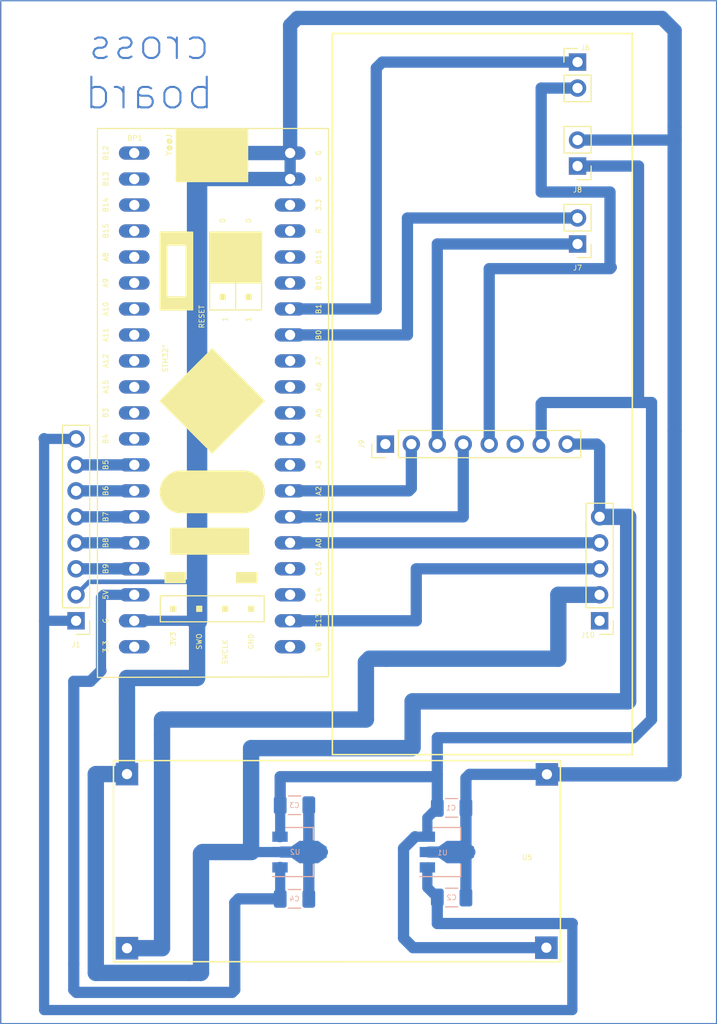
<source format=kicad_pcb>
(kicad_pcb (version 20171130) (host pcbnew 5.1.5+dfsg1-2build1)

  (general
    (thickness 1.6)
    (drawings 26)
    (tracks 154)
    (zones 0)
    (modules 14)
    (nets 47)
  )

  (page A4)
  (layers
    (0 F.Cu signal)
    (31 B.Cu signal)
    (32 B.Adhes user)
    (33 F.Adhes user)
    (34 B.Paste user)
    (35 F.Paste user)
    (36 B.SilkS user)
    (37 F.SilkS user)
    (38 B.Mask user hide)
    (39 F.Mask user)
    (40 Dwgs.User user)
    (41 Cmts.User user)
    (42 Eco1.User user)
    (43 Eco2.User user)
    (44 Edge.Cuts user)
    (45 Margin user)
    (46 B.CrtYd user)
    (47 F.CrtYd user)
    (48 B.Fab user)
    (49 F.Fab user)
  )

  (setup
    (last_trace_width 0.45)
    (trace_clearance 0.2)
    (zone_clearance 0.508)
    (zone_45_only no)
    (trace_min 0.2)
    (via_size 0.8)
    (via_drill 0.4)
    (via_min_size 0.4)
    (via_min_drill 0.3)
    (uvia_size 0.3)
    (uvia_drill 0.1)
    (uvias_allowed no)
    (uvia_min_size 0.2)
    (uvia_min_drill 0.1)
    (edge_width 0.1)
    (segment_width 0.2)
    (pcb_text_width 0.3)
    (pcb_text_size 1.5 1.5)
    (mod_edge_width 0.15)
    (mod_text_size 1 1)
    (mod_text_width 0.15)
    (pad_size 1.5 1.5)
    (pad_drill 0.6)
    (pad_to_mask_clearance 0)
    (solder_mask_min_width 0.25)
    (aux_axis_origin 0 0)
    (visible_elements FFFFFF7F)
    (pcbplotparams
      (layerselection 0x010fc_ffffffff)
      (usegerberextensions false)
      (usegerberattributes false)
      (usegerberadvancedattributes false)
      (creategerberjobfile false)
      (excludeedgelayer true)
      (linewidth 0.100000)
      (plotframeref false)
      (viasonmask false)
      (mode 1)
      (useauxorigin false)
      (hpglpennumber 1)
      (hpglpenspeed 20)
      (hpglpendiameter 15.000000)
      (psnegative false)
      (psa4output false)
      (plotreference true)
      (plotvalue true)
      (plotinvisibletext false)
      (padsonsilk false)
      (subtractmaskfromsilk false)
      (outputformat 1)
      (mirror false)
      (drillshape 1)
      (scaleselection 1)
      (outputdirectory ""))
  )

  (net 0 "")
  (net 1 "Net-(BP1-Pad17)")
  (net 2 "Net-(BP1-Pad16)")
  (net 3 "Net-(BP1-Pad15)")
  (net 4 "Net-(BP1-Pad14)")
  (net 5 "Net-(BP1-Pad13)")
  (net 6 "Net-(BP1-Pad21)")
  (net 7 "Net-(BP1-Pad22)")
  (net 8 "Net-(BP1-Pad23)")
  (net 9 "Net-(BP1-Pad24)")
  (net 10 "Net-(BP1-Pad25)")
  (net 11 "Net-(BP1-Pad26)")
  (net 12 "Net-(BP1-Pad27)")
  (net 13 "Net-(BP1-Pad28)")
  (net 14 "Net-(BP1-Pad12)")
  (net 15 "Net-(BP1-Pad29)")
  (net 16 "Net-(BP1-Pad11)")
  (net 17 "Net-(BP1-Pad30)")
  (net 18 "Net-(BP1-Pad10)")
  (net 19 "Net-(BP1-Pad31)")
  (net 20 "Net-(BP1-Pad9)")
  (net 21 "Net-(BP1-Pad32)")
  (net 22 "Net-(BP1-Pad8)")
  (net 23 "Net-(BP1-Pad33)")
  (net 24 "Net-(BP1-Pad7)")
  (net 25 "Net-(BP1-Pad34)")
  (net 26 "Net-(BP1-Pad6)")
  (net 27 "Net-(BP1-Pad35)")
  (net 28 "Net-(BP1-Pad5)")
  (net 29 "Net-(BP1-Pad36)")
  (net 30 "Net-(BP1-Pad4)")
  (net 31 "Net-(BP1-Pad37)")
  (net 32 "Net-(BP1-Pad3)")
  (net 33 "Net-(BP1-Pad2)")
  (net 34 "Net-(BP1-Pad1)")
  (net 35 GND)
  (net 36 "Net-(J6-Pad2)")
  (net 37 "Net-(J7-Pad1)")
  (net 38 +6V)
  (net 39 "Net-(J9-Pad1)")
  (net 40 "Net-(J9-Pad6)")
  (net 41 +12V)
  (net 42 "Net-(J10-Pad1)")
  (net 43 +3V3)
  (net 44 "Net-(BP1-Pad20)")
  (net 45 "Net-(BP1-Pad38)")
  (net 46 +5V)

  (net_class Default "Это класс цепей по умолчанию."
    (clearance 0.2)
    (trace_width 0.45)
    (via_dia 0.8)
    (via_drill 0.4)
    (uvia_dia 0.3)
    (uvia_drill 0.1)
    (add_net +12V)
    (add_net +3V3)
    (add_net +5V)
    (add_net +6V)
    (add_net GND)
    (add_net "Net-(BP1-Pad1)")
    (add_net "Net-(BP1-Pad10)")
    (add_net "Net-(BP1-Pad11)")
    (add_net "Net-(BP1-Pad12)")
    (add_net "Net-(BP1-Pad13)")
    (add_net "Net-(BP1-Pad14)")
    (add_net "Net-(BP1-Pad15)")
    (add_net "Net-(BP1-Pad16)")
    (add_net "Net-(BP1-Pad17)")
    (add_net "Net-(BP1-Pad2)")
    (add_net "Net-(BP1-Pad20)")
    (add_net "Net-(BP1-Pad21)")
    (add_net "Net-(BP1-Pad22)")
    (add_net "Net-(BP1-Pad23)")
    (add_net "Net-(BP1-Pad24)")
    (add_net "Net-(BP1-Pad25)")
    (add_net "Net-(BP1-Pad26)")
    (add_net "Net-(BP1-Pad27)")
    (add_net "Net-(BP1-Pad28)")
    (add_net "Net-(BP1-Pad29)")
    (add_net "Net-(BP1-Pad3)")
    (add_net "Net-(BP1-Pad30)")
    (add_net "Net-(BP1-Pad31)")
    (add_net "Net-(BP1-Pad32)")
    (add_net "Net-(BP1-Pad33)")
    (add_net "Net-(BP1-Pad34)")
    (add_net "Net-(BP1-Pad35)")
    (add_net "Net-(BP1-Pad36)")
    (add_net "Net-(BP1-Pad37)")
    (add_net "Net-(BP1-Pad38)")
    (add_net "Net-(BP1-Pad4)")
    (add_net "Net-(BP1-Pad5)")
    (add_net "Net-(BP1-Pad6)")
    (add_net "Net-(BP1-Pad7)")
    (add_net "Net-(BP1-Pad8)")
    (add_net "Net-(BP1-Pad9)")
    (add_net "Net-(J10-Pad1)")
    (add_net "Net-(J6-Pad2)")
    (add_net "Net-(J7-Pad1)")
    (add_net "Net-(J9-Pad1)")
    (add_net "Net-(J9-Pad6)")
  )

  (module DCDC:lm2596-hw-411 (layer F.Cu) (tedit 5E388699) (tstamp 5E484FB2)
    (at 104.9274 123.5964 180)
    (path /5E494AA8)
    (fp_text reference U5 (at 0.254 0.127) (layer F.SilkS)
      (effects (font (size 0.5 0.5) (thickness 0.075)))
    )
    (fp_text value lm2596-hw-411 (at 0.6604 -1.0541) (layer F.Fab)
      (effects (font (size 0.5 0.5) (thickness 0.075)))
    )
    (fp_line (start -2.9972 9.6012) (end -3 -10.05) (layer F.SilkS) (width 0.15))
    (fp_line (start 40.7162 9.6012) (end -2.9972 9.6012) (layer F.SilkS) (width 0.15))
    (fp_line (start 40.7162 -10.0584) (end 40.7162 9.6012) (layer F.SilkS) (width 0.15))
    (fp_line (start -3 -10.05) (end 40.7162 -10.0584) (layer F.SilkS) (width 0.15))
    (fp_text user %R (at 36 -2.4) (layer F.Fab)
      (effects (font (size 0.5 0.5) (thickness 0.075)))
    )
    (fp_line (start -2.8194 -9.8806) (end 40.5384 -9.8806) (layer F.Fab) (width 0.1))
    (fp_line (start 40.5384 -9.8806) (end 40.5384 9.4234) (layer F.Fab) (width 0.1))
    (fp_line (start 40.5384 9.4234) (end -2.8194 9.4234) (layer F.Fab) (width 0.1))
    (fp_line (start -2.8194 9.4234) (end -2.8194 -9.8806) (layer F.Fab) (width 0.1))
    (fp_line (start -3.1496 -10.2362) (end 40.8686 -10.2362) (layer F.CrtYd) (width 0.1))
    (fp_line (start 40.8686 -10.2108) (end 40.8686 9.7536) (layer F.CrtYd) (width 0.1))
    (fp_line (start 40.8686 9.7536) (end -3.1496 9.7536) (layer F.CrtYd) (width 0.1))
    (fp_line (start -3.1496 9.7536) (end -3.1496 -10.1854) (layer F.CrtYd) (width 0.1))
    (fp_line (start -3.1242 -10.2108) (end -3.1496 -10.1854) (layer F.CrtYd) (width 0.1))
    (pad 1 thru_hole rect (at -1.6256 -8.6868 180) (size 2.2 2.2) (drill 1) (layers *.Cu *.Mask)
      (net 38 +6V))
    (pad 2 thru_hole rect (at -1.6764 8.255 180) (size 2.2 2.2) (drill 1) (layers *.Cu *.Mask)
      (net 35 GND))
    (pad 3 thru_hole rect (at 39.3954 -8.7376 180) (size 2.2 2.2) (drill 1) (layers *.Cu *.Mask)
      (net 41 +12V))
    (pad 4 thru_hole rect (at 39.3954 8.2804 180) (size 2.2 2.2) (drill 1) (layers *.Cu *.Mask)
      (net 35 GND))
    (model ${KISYS3DMOD}/name.wrl
      (at (xyz 0 0 0))
      (scale (xyz 1 1 1))
      (rotate (xyz 0 0 0))
    )
  )

  (module Module:YAAJ_BluePill (layer F.Cu) (tedit 5D9FD4A1) (tstamp 5E44D21F)
    (at 66.2432 54.61 270)
    (path /5E2B5FE8)
    (fp_text reference BP1 (at -1.4605 -0.0635) (layer F.SilkS)
      (effects (font (size 0.5 0.5) (thickness 0.075)))
    )
    (fp_text value BluePill_1 (at 4 -7.7) (layer F.Fab) hide
      (effects (font (size 0.5 0.5) (thickness 0.075)))
    )
    (fp_poly (pts (xy 42 -5) (xy 41 -5) (xy 41 -3) (xy 42 -3)) (layer F.SilkS) (width 0.1))
    (fp_poly (pts (xy 41 -12) (xy 41 -10) (xy 42 -10) (xy 42 -12)) (layer F.SilkS) (width 0.1))
    (fp_poly (pts (xy 7.8 -12.4) (xy 12.7 -12.4) (xy 12.7 -7.4) (xy 7.8 -7.4)) (layer F.SilkS) (width 0.1))
    (fp_line (start -2.5 -19.1) (end -2.5 3.7) (layer F.CrtYd) (width 0.12))
    (fp_line (start 51.3 3.7) (end -2.5 3.7) (layer F.CrtYd) (width 0.12))
    (fp_line (start 51.3 -19.1) (end 51.3 3.7) (layer F.CrtYd) (width 0.12))
    (fp_line (start -2.5 -19.1) (end 51.3 -19.1) (layer F.CrtYd) (width 0.12))
    (fp_text user Y@@J (at -0.8 -3.4 90) (layer F.SilkS)
      (effects (font (size 0.5 0.5) (thickness 0.1)))
    )
    (fp_text user 3V3 (at 47.498 -3.81 90) (layer F.SilkS)
      (effects (font (size 0.5 0.5) (thickness 0.075)))
    )
    (fp_text user SWO (at 47.752 -6.35 90) (layer F.SilkS)
      (effects (font (size 0.5 0.5) (thickness 0.075)))
    )
    (fp_text user SWCLK (at 48.768 -8.89 90) (layer F.SilkS)
      (effects (font (size 0.5 0.5) (thickness 0.075)))
    )
    (fp_text user GND (at 47.752 -11.43 90) (layer F.SilkS)
      (effects (font (size 0.5 0.5) (thickness 0.075)))
    )
    (fp_text user STM32° (at 20.066 -3.048 90) (layer F.SilkS)
      (effects (font (size 0.5 0.5) (thickness 0.075)))
    )
    (fp_text user RESET (at 16.002 -6.604 90) (layer F.SilkS)
      (effects (font (size 0.5 0.5) (thickness 0.075)))
    )
    (fp_text user 1 (at 16.256 -8.89 90) (layer F.SilkS)
      (effects (font (size 0.5 0.5) (thickness 0.075)))
    )
    (fp_text user 1 (at 16.256 -11.176 90) (layer F.SilkS)
      (effects (font (size 0.5 0.5) (thickness 0.075)))
    )
    (fp_text user 0 (at 6.604 -8.636 90) (layer F.SilkS)
      (effects (font (size 0.5 0.5) (thickness 0.075)))
    )
    (fp_text user 0 (at 6.604 -11.176 90) (layer F.SilkS)
      (effects (font (size 0.5 0.5) (thickness 0.075)))
    )
    (fp_text user G (at 45.72 2.794 90) (layer F.SilkS)
      (effects (font (size 0.5 0.5) (thickness 0.075)))
    )
    (fp_text user 3.3 (at 48.26 2.794 90) (layer F.SilkS)
      (effects (font (size 0.5 0.5) (thickness 0.075)))
    )
    (fp_text user 5V (at 43.18 2.794 90) (layer F.SilkS)
      (effects (font (size 0.5 0.5) (thickness 0.075)))
    )
    (fp_text user B9 (at 40.64 2.794 90) (layer F.SilkS)
      (effects (font (size 0.5 0.5) (thickness 0.075)))
    )
    (fp_text user B8 (at 38.1 2.794 90) (layer F.SilkS)
      (effects (font (size 0.5 0.5) (thickness 0.075)))
    )
    (fp_text user B7 (at 35.56 2.794 90) (layer F.SilkS)
      (effects (font (size 0.5 0.5) (thickness 0.075)))
    )
    (fp_text user B6 (at 33.02 2.794 90) (layer F.SilkS)
      (effects (font (size 0.5 0.5) (thickness 0.075)))
    )
    (fp_text user B5 (at 30.48 2.794 90) (layer F.SilkS)
      (effects (font (size 0.5 0.5) (thickness 0.075)))
    )
    (fp_text user B4 (at 27.94 2.794 90) (layer F.SilkS)
      (effects (font (size 0.5 0.5) (thickness 0.075)))
    )
    (fp_text user B3 (at 25.4 2.794 90) (layer F.SilkS)
      (effects (font (size 0.5 0.5) (thickness 0.075)))
    )
    (fp_text user A15 (at 22.86 2.794 90) (layer F.SilkS)
      (effects (font (size 0.5 0.5) (thickness 0.075)))
    )
    (fp_text user A12 (at 20.32 2.794 90) (layer F.SilkS)
      (effects (font (size 0.5 0.5) (thickness 0.075)))
    )
    (fp_text user A11 (at 17.78 2.794 90) (layer F.SilkS)
      (effects (font (size 0.5 0.5) (thickness 0.075)))
    )
    (fp_text user A10 (at 15.24 2.794 90) (layer F.SilkS)
      (effects (font (size 0.5 0.5) (thickness 0.075)))
    )
    (fp_text user A9 (at 12.7 2.794 90) (layer F.SilkS)
      (effects (font (size 0.5 0.5) (thickness 0.075)))
    )
    (fp_text user A8 (at 10.16 2.794 90) (layer F.SilkS)
      (effects (font (size 0.5 0.5) (thickness 0.075)))
    )
    (fp_text user B15 (at 7.62 2.794 90) (layer F.SilkS)
      (effects (font (size 0.5 0.5) (thickness 0.075)))
    )
    (fp_text user B14 (at 5.08 2.794 90) (layer F.SilkS)
      (effects (font (size 0.5 0.5) (thickness 0.075)))
    )
    (fp_text user B13 (at 2.54 2.794 90) (layer F.SilkS)
      (effects (font (size 0.5 0.5) (thickness 0.075)))
    )
    (fp_text user B12 (at 0 2.794 90) (layer F.SilkS)
      (effects (font (size 0.5 0.5) (thickness 0.075)))
    )
    (fp_text user VB (at 48.26 -18.034 90) (layer F.SilkS)
      (effects (font (size 0.5 0.5) (thickness 0.075)))
    )
    (fp_text user C13 (at 45.72 -18.034 90) (layer F.SilkS)
      (effects (font (size 0.5 0.5) (thickness 0.075)))
    )
    (fp_text user C14 (at 43.18 -18.034 90) (layer F.SilkS)
      (effects (font (size 0.5 0.5) (thickness 0.075)))
    )
    (fp_text user C15 (at 40.64 -18.034 90) (layer F.SilkS)
      (effects (font (size 0.5 0.5) (thickness 0.075)))
    )
    (fp_text user A0 (at 38.1 -18.034 90) (layer F.SilkS)
      (effects (font (size 0.5 0.5) (thickness 0.075)))
    )
    (fp_text user A1 (at 35.56 -18.034 90) (layer F.SilkS)
      (effects (font (size 0.5 0.5) (thickness 0.075)))
    )
    (fp_text user A2 (at 33.02 -18.034 90) (layer F.SilkS)
      (effects (font (size 0.5 0.5) (thickness 0.075)))
    )
    (fp_text user A3 (at 30.48 -18.034 90) (layer F.SilkS)
      (effects (font (size 0.5 0.5) (thickness 0.075)))
    )
    (fp_text user A4 (at 27.94 -18.034 90) (layer F.SilkS)
      (effects (font (size 0.5 0.5) (thickness 0.075)))
    )
    (fp_text user A5 (at 25.4 -18.034 90) (layer F.SilkS)
      (effects (font (size 0.5 0.5) (thickness 0.075)))
    )
    (fp_text user A6 (at 22.86 -18.034 90) (layer F.SilkS)
      (effects (font (size 0.5 0.5) (thickness 0.075)))
    )
    (fp_text user A7 (at 20.32 -18.034 90) (layer F.SilkS)
      (effects (font (size 0.5 0.5) (thickness 0.075)))
    )
    (fp_text user B0 (at 17.78 -18.034 90) (layer F.SilkS)
      (effects (font (size 0.5 0.5) (thickness 0.075)))
    )
    (fp_text user B1 (at 15.24 -18.034 90) (layer F.SilkS)
      (effects (font (size 0.5 0.5) (thickness 0.075)))
    )
    (fp_text user B10 (at 12.7 -18.034 90) (layer F.SilkS)
      (effects (font (size 0.5 0.5) (thickness 0.075)))
    )
    (fp_text user B11 (at 10.16 -18.034 90) (layer F.SilkS)
      (effects (font (size 0.5 0.5) (thickness 0.075)))
    )
    (fp_text user R (at 7.62 -18.034 90) (layer F.SilkS)
      (effects (font (size 0.5 0.5) (thickness 0.075)))
    )
    (fp_text user 3.3 (at 5.08 -18.034 90) (layer F.SilkS)
      (effects (font (size 0.5 0.5) (thickness 0.075)))
    )
    (fp_text user G (at 2.54 -18.034 90) (layer F.SilkS)
      (effects (font (size 0.5 0.5) (thickness 0.075)))
    )
    (fp_text user G (at 0 -18.034 90) (layer F.SilkS)
      (effects (font (size 0.5 0.5) (thickness 0.075)))
    )
    (fp_poly (pts (xy 31.19628 -4.20878) (xy 31.34995 -3.74523) (xy 31.60649 -3.36169) (xy 31.74238 -3.18516)
      (xy 32.05734 -2.92608) (xy 32.29102 -2.79908) (xy 32.52216 -2.72288) (xy 32.82696 -2.65176)
      (xy 33.11398 -2.59842) (xy 33.5407 -2.6416) (xy 33.890585 -2.743835) (xy 34.19602 -2.93624)
      (xy 34.41192 -3.08864) (xy 34.63798 -3.33756) (xy 34.87674 -3.62712) (xy 34.97326 -3.85572)
      (xy 35.01898 -4.04876) (xy 35.08756 -4.51358) (xy 35.09264 -10.83818) (xy 34.96564 -11.39444)
      (xy 34.59226 -11.97864) (xy 34.24174 -12.29106) (xy 33.72612 -12.52855) (xy 33.38068 -12.59205)
      (xy 33.07588 -12.6238) (xy 32.74314 -12.59332) (xy 32.34182 -12.4841) (xy 32.1437 -12.40282)
      (xy 31.92018 -12.25042) (xy 31.70428 -12.02944) (xy 31.49854 -11.78052) (xy 31.2547 -11.31824)
      (xy 31.16326 -10.84326) (xy 31.16834 -4.5212)) (layer F.SilkS) (width 0.1))
    (fp_poly (pts (xy 36.67506 -3.56362) (xy 36.67506 -11.18362) (xy 39.21506 -11.18362) (xy 39.21506 -3.56362)) (layer F.SilkS) (width 0.1))
    (fp_line (start 35.15106 -4.57962) (end 35.15106 -10.67562) (layer F.SilkS) (width 0.12))
    (fp_line (start 31.08706 -4.57962) (end 31.08706 -10.67562) (layer F.SilkS) (width 0.12))
    (fp_arc (start 33.11906 -4.57962) (end 31.08706 -4.57962) (angle -180) (layer F.SilkS) (width 0.12))
    (fp_arc (start 33.11906 -10.67562) (end 35.15106 -10.67562) (angle -180) (layer F.SilkS) (width 0.12))
    (fp_poly (pts (xy 44.29506 -11.18362) (xy 44.80306 -11.18362) (xy 44.80306 -11.69162) (xy 44.29506 -11.69162)) (layer F.SilkS) (width 0.1))
    (fp_poly (pts (xy 44.29506 -8.64362) (xy 44.80306 -8.64362) (xy 44.80306 -9.15162) (xy 44.29506 -9.15162)) (layer F.SilkS) (width 0.1))
    (fp_poly (pts (xy 44.29506 -6.10362) (xy 44.80306 -6.10362) (xy 44.80306 -6.61162) (xy 44.29506 -6.61162)) (layer F.SilkS) (width 0.1))
    (fp_poly (pts (xy 44.29506 -3.56362) (xy 44.80306 -3.56362) (xy 44.80306 -4.07162) (xy 44.29506 -4.07162)) (layer F.SilkS) (width 0.1))
    (fp_line (start 43.27906 -12.70762) (end 43.27906 -2.54762) (layer F.SilkS) (width 0.12))
    (fp_line (start 45.81906 -12.70762) (end 43.27906 -12.70762) (layer F.SilkS) (width 0.12))
    (fp_line (start 45.81906 -2.54762) (end 45.81906 -12.70762) (layer F.SilkS) (width 0.12))
    (fp_line (start 43.27906 -2.54762) (end 45.81906 -2.54762) (layer F.SilkS) (width 0.12))
    (fp_poly (pts (xy 13.81506 -10.92962) (xy 13.81506 -11.43762) (xy 14.32306 -11.43762) (xy 14.32306 -10.92962)) (layer F.SilkS) (width 0.1))
    (fp_poly (pts (xy 13.81506 -8.38962) (xy 14.32306 -8.38962) (xy 14.32306 -8.89762) (xy 13.81506 -8.89762)) (layer F.SilkS) (width 0.1))
    (fp_poly (pts (xy 11.27506 -10.92962) (xy 11.27506 -11.43762) (xy 11.78306 -11.43762) (xy 11.78306 -10.92962)) (layer F.SilkS) (width 0.1))
    (fp_poly (pts (xy 11.27506 -8.38962) (xy 11.27506 -8.89762) (xy 11.78306 -8.89762) (xy 11.78306 -8.38962)) (layer F.SilkS) (width 0.1))
    (fp_poly (pts (xy 8.73506 -10.92962) (xy 9.24306 -10.92962) (xy 9.24306 -11.43762) (xy 8.73506 -11.43762)) (layer F.SilkS) (width 0.1))
    (fp_poly (pts (xy 8.73506 -8.38962) (xy 8.73506 -8.89762) (xy 9.24306 -8.89762) (xy 9.24306 -8.38962)) (layer F.SilkS) (width 0.1))
    (fp_poly (pts (xy 8.98906 -5.08762) (xy 8.98906 -5.72262) (xy 14.06906 -5.72262) (xy 14.06906 -5.08762)) (layer F.SilkS) (width 0.1))
    (fp_poly (pts (xy 8.98906 -2.54762) (xy 8.98906 -3.18262) (xy 14.06906 -3.18262) (xy 14.06906 -2.54762)) (layer F.SilkS) (width 0.1))
    (fp_poly (pts (xy 14.06906 -2.54762) (xy 14.06906 -5.72262) (xy 15.33906 -5.72262) (xy 15.33906 -2.54762)) (layer F.SilkS) (width 0.1))
    (fp_poly (pts (xy 7.71906 -2.54762) (xy 7.71906 -5.72262) (xy 8.98906 -5.72262) (xy 8.98906 -2.54762)) (layer F.SilkS) (width 0.1))
    (fp_poly (pts (xy 19.14906 -7.62762) (xy 24.22906 -2.54762) (xy 29.30906 -7.62762) (xy 24.22906 -12.70762)) (layer F.SilkS) (width 0.1))
    (fp_poly (pts (xy -2.28 -4.115) (xy 2.8 -4.115) (xy 2.8 -11.1) (xy -2.28 -11.1)) (layer F.SilkS) (width 0.1))
    (fp_line (start 7.71906 -9.91362) (end 15.33906 -9.91362) (layer F.SilkS) (width 0.12))
    (fp_line (start 7.71906 -12.45362) (end 7.71906 -7.37362) (layer F.SilkS) (width 0.12))
    (fp_line (start 15.33906 -12.45362) (end 7.71906 -12.45362) (layer F.SilkS) (width 0.12))
    (fp_line (start 15.33906 -7.37362) (end 15.33906 -12.45362) (layer F.SilkS) (width 0.12))
    (fp_line (start 7.71906 -7.37362) (end 15.33906 -7.37362) (layer F.SilkS) (width 0.12))
    (fp_line (start 14.06906 -3.18262) (end 8.98906 -3.18262) (layer F.SilkS) (width 0.12))
    (fp_line (start 14.06906 -4.45262) (end 14.06906 -3.18262) (layer F.SilkS) (width 0.12))
    (fp_line (start 8.98906 -3.18262) (end 8.98906 -4.45262) (layer F.SilkS) (width 0.12))
    (fp_line (start 15.33906 -2.54762) (end 7.71906 -2.54762) (layer F.SilkS) (width 0.12))
    (fp_line (start 15.33906 -5.08762) (end 15.33906 -2.54762) (layer F.SilkS) (width 0.12))
    (fp_line (start 7.71906 -5.08762) (end 15.33906 -5.08762) (layer F.SilkS) (width 0.12))
    (fp_line (start 7.71906 -2.54762) (end 7.71906 -5.08762) (layer F.SilkS) (width 0.12))
    (fp_line (start 29.30906 -7.62762) (end 24.22906 -2.54762) (layer F.SilkS) (width 0.12))
    (fp_line (start 24.22906 -12.70762) (end 29.30906 -7.62762) (layer F.SilkS) (width 0.12))
    (fp_line (start 19.14906 -7.62762) (end 24.22906 -12.70762) (layer F.SilkS) (width 0.12))
    (fp_line (start 24.22906 -2.54762) (end 19.14906 -7.62762) (layer F.SilkS) (width 0.12))
    (fp_line (start 2.00406 -4.13512) (end 2.00406 -11.12012) (layer F.SilkS) (width 0.12))
    (fp_line (start 51.25 3.6) (end -2.4 3.6) (layer F.SilkS) (width 0.12))
    (fp_line (start 51.2 -19) (end 51.25 3.6) (layer F.SilkS) (width 0.12))
    (fp_line (start -2.4 -19) (end 51.2 -19) (layer F.SilkS) (width 0.12))
    (fp_line (start -2.4 3.6) (end -2.4 -19) (layer F.SilkS) (width 0.12))
    (pad 40 thru_hole oval (at 0 -15.24762 270) (size 1.3 3) (drill 1) (layers *.Cu *.Mask)
      (net 35 GND))
    (pad 1 thru_hole oval (at 0 0 270) (size 1.3 3) (drill 1) (layers *.Cu *.Mask)
      (net 34 "Net-(BP1-Pad1)"))
    (pad 39 thru_hole oval (at 2.54 -15.24762 270) (size 1.3 3) (drill 1) (layers *.Cu *.Mask)
      (net 35 GND))
    (pad 2 thru_hole oval (at 2.54 0 270) (size 1.3 3) (drill 1) (layers *.Cu *.Mask)
      (net 33 "Net-(BP1-Pad2)"))
    (pad 38 thru_hole oval (at 5.08 -15.24 270) (size 1.3 3) (drill 1) (layers *.Cu *.Mask)
      (net 45 "Net-(BP1-Pad38)"))
    (pad 3 thru_hole oval (at 5.08 -0.00762 270) (size 1.3 3) (drill 1) (layers *.Cu *.Mask)
      (net 32 "Net-(BP1-Pad3)"))
    (pad 37 thru_hole oval (at 7.62 -15.24 270) (size 1.3 3) (drill 1) (layers *.Cu *.Mask)
      (net 31 "Net-(BP1-Pad37)"))
    (pad 4 thru_hole oval (at 7.62 0 270) (size 1.3 3) (drill 1) (layers *.Cu *.Mask)
      (net 30 "Net-(BP1-Pad4)"))
    (pad 36 thru_hole oval (at 10.16 -15.24 270) (size 1.3 3) (drill 1) (layers *.Cu *.Mask)
      (net 29 "Net-(BP1-Pad36)"))
    (pad 5 thru_hole oval (at 10.16 0 270) (size 1.3 3) (drill 1) (layers *.Cu *.Mask)
      (net 28 "Net-(BP1-Pad5)"))
    (pad 35 thru_hole oval (at 12.7 -15.24 270) (size 1.3 3) (drill 1) (layers *.Cu *.Mask)
      (net 27 "Net-(BP1-Pad35)"))
    (pad 6 thru_hole oval (at 12.7 0 270) (size 1.3 3) (drill 1) (layers *.Cu *.Mask)
      (net 26 "Net-(BP1-Pad6)"))
    (pad 34 thru_hole oval (at 15.24 -15.24 270) (size 1.3 3) (drill 1) (layers *.Cu *.Mask)
      (net 25 "Net-(BP1-Pad34)"))
    (pad 7 thru_hole oval (at 15.24 0 270) (size 1.3 3) (drill 1) (layers *.Cu *.Mask)
      (net 24 "Net-(BP1-Pad7)"))
    (pad 33 thru_hole oval (at 17.78 -15.24 270) (size 1.3 3) (drill 1) (layers *.Cu *.Mask)
      (net 23 "Net-(BP1-Pad33)"))
    (pad 8 thru_hole oval (at 17.78 0 270) (size 1.3 3) (drill 1) (layers *.Cu *.Mask)
      (net 22 "Net-(BP1-Pad8)"))
    (pad 32 thru_hole oval (at 20.32 -15.24762 270) (size 1.3 3) (drill 1) (layers *.Cu *.Mask)
      (net 21 "Net-(BP1-Pad32)"))
    (pad 9 thru_hole oval (at 20.32 0 270) (size 1.3 3) (drill 1) (layers *.Cu *.Mask)
      (net 20 "Net-(BP1-Pad9)"))
    (pad 31 thru_hole oval (at 22.86 -15.24 270) (size 1.3 3) (drill 1) (layers *.Cu *.Mask)
      (net 19 "Net-(BP1-Pad31)"))
    (pad 10 thru_hole oval (at 22.86 0 270) (size 1.3 3) (drill 1) (layers *.Cu *.Mask)
      (net 18 "Net-(BP1-Pad10)"))
    (pad 30 thru_hole oval (at 25.4 -15.24 270) (size 1.3 3) (drill 1) (layers *.Cu *.Mask)
      (net 17 "Net-(BP1-Pad30)"))
    (pad 11 thru_hole oval (at 25.4 0 270) (size 1.3 3) (drill 1) (layers *.Cu *.Mask)
      (net 16 "Net-(BP1-Pad11)"))
    (pad 29 thru_hole oval (at 27.94 -15.24 270) (size 1.3 3) (drill 1) (layers *.Cu *.Mask)
      (net 15 "Net-(BP1-Pad29)"))
    (pad 12 thru_hole oval (at 27.94 0 270) (size 1.3 3) (drill 1) (layers *.Cu *.Mask)
      (net 14 "Net-(BP1-Pad12)"))
    (pad 28 thru_hole oval (at 30.48 -15.24 270) (size 1.3 3) (drill 1) (layers *.Cu *.Mask)
      (net 13 "Net-(BP1-Pad28)"))
    (pad 13 thru_hole oval (at 30.48 -0.00762 270) (size 1.3 3) (drill 1) (layers *.Cu *.Mask)
      (net 5 "Net-(BP1-Pad13)"))
    (pad 27 thru_hole oval (at 33.02 -15.24 270) (size 1.3 3) (drill 1) (layers *.Cu *.Mask)
      (net 12 "Net-(BP1-Pad27)"))
    (pad 14 thru_hole oval (at 33.02 0 270) (size 1.3 3) (drill 1) (layers *.Cu *.Mask)
      (net 4 "Net-(BP1-Pad14)"))
    (pad 26 thru_hole oval (at 35.56 -15.24 270) (size 1.3 3) (drill 1) (layers *.Cu *.Mask)
      (net 11 "Net-(BP1-Pad26)"))
    (pad 15 thru_hole oval (at 35.56 0 270) (size 1.3 3) (drill 1) (layers *.Cu *.Mask)
      (net 3 "Net-(BP1-Pad15)"))
    (pad 25 thru_hole oval (at 38.1 -15.24 270) (size 1.3 3) (drill 1) (layers *.Cu *.Mask)
      (net 10 "Net-(BP1-Pad25)"))
    (pad 16 thru_hole oval (at 38.1 0 270) (size 1.3 3) (drill 1) (layers *.Cu *.Mask)
      (net 2 "Net-(BP1-Pad16)"))
    (pad 24 thru_hole oval (at 40.64 -15.24 270) (size 1.3 3) (drill 1) (layers *.Cu *.Mask)
      (net 9 "Net-(BP1-Pad24)"))
    (pad 17 thru_hole oval (at 40.64 0 270) (size 1.3 3) (drill 1) (layers *.Cu *.Mask)
      (net 1 "Net-(BP1-Pad17)"))
    (pad 23 thru_hole oval (at 43.18 -15.24762 270) (size 1.3 3) (drill 1) (layers *.Cu *.Mask)
      (net 8 "Net-(BP1-Pad23)"))
    (pad 18 thru_hole oval (at 43.18 0 270) (size 1.3 3) (drill 1) (layers *.Cu *.Mask)
      (net 46 +5V))
    (pad 22 thru_hole oval (at 45.72 -15.24 270) (size 1.3 3) (drill 1) (layers *.Cu *.Mask)
      (net 7 "Net-(BP1-Pad22)"))
    (pad 19 thru_hole oval (at 45.72 0 270) (size 1.3 3) (drill 1) (layers *.Cu *.Mask)
      (net 35 GND))
    (pad 21 thru_hole oval (at 48.26 -15.24 270) (size 1.3 3) (drill 1) (layers *.Cu *.Mask)
      (net 6 "Net-(BP1-Pad21)"))
    (pad 20 thru_hole oval (at 48.26 0 270) (size 1.3 3) (drill 1) (layers *.Cu *.Mask)
      (net 44 "Net-(BP1-Pad20)"))
    (model ${KISYS3DMOD}/BluePill.3dshapes/YAAJ_BluePill.STEP
      (offset (xyz 21.6 17.9 -50.5))
      (scale (xyz 1 1 1))
      (rotate (xyz 0 0 -90))
    )
  )

  (module Connector_PinHeader_2.54mm:PinHeader_1x02_P2.54mm_Vertical (layer F.Cu) (tedit 59FED5CC) (tstamp 5E47EF45)
    (at 109.601 45.72)
    (descr "Through hole straight pin header, 1x02, 2.54mm pitch, single row")
    (tags "Through hole pin header THT 1x02 2.54mm single row")
    (path /5E52F7DB)
    (fp_text reference J6 (at 0.762 -1.397) (layer F.SilkS)
      (effects (font (size 0.5 0.5) (thickness 0.075)))
    )
    (fp_text value Conn_01x02_Female (at -2.3495 0 90) (layer F.Fab)
      (effects (font (size 0.5 0.5) (thickness 0.075)))
    )
    (fp_text user %R (at 0 1.27 90) (layer F.Fab)
      (effects (font (size 0.5 0.5) (thickness 0.075)))
    )
    (fp_line (start 1.8 -1.8) (end -1.8 -1.8) (layer F.CrtYd) (width 0.05))
    (fp_line (start 1.8 4.35) (end 1.8 -1.8) (layer F.CrtYd) (width 0.05))
    (fp_line (start -1.8 4.35) (end 1.8 4.35) (layer F.CrtYd) (width 0.05))
    (fp_line (start -1.8 -1.8) (end -1.8 4.35) (layer F.CrtYd) (width 0.05))
    (fp_line (start -1.33 -1.33) (end 0 -1.33) (layer F.SilkS) (width 0.12))
    (fp_line (start -1.33 0) (end -1.33 -1.33) (layer F.SilkS) (width 0.12))
    (fp_line (start -1.33 1.27) (end 1.33 1.27) (layer F.SilkS) (width 0.12))
    (fp_line (start 1.33 1.27) (end 1.33 3.87) (layer F.SilkS) (width 0.12))
    (fp_line (start -1.33 1.27) (end -1.33 3.87) (layer F.SilkS) (width 0.12))
    (fp_line (start -1.33 3.87) (end 1.33 3.87) (layer F.SilkS) (width 0.12))
    (fp_line (start -1.27 -0.635) (end -0.635 -1.27) (layer F.Fab) (width 0.1))
    (fp_line (start -1.27 3.81) (end -1.27 -0.635) (layer F.Fab) (width 0.1))
    (fp_line (start 1.27 3.81) (end -1.27 3.81) (layer F.Fab) (width 0.1))
    (fp_line (start 1.27 -1.27) (end 1.27 3.81) (layer F.Fab) (width 0.1))
    (fp_line (start -0.635 -1.27) (end 1.27 -1.27) (layer F.Fab) (width 0.1))
    (pad 2 thru_hole oval (at 0 2.54) (size 1.7 1.7) (drill 1) (layers *.Cu *.Mask)
      (net 36 "Net-(J6-Pad2)"))
    (pad 1 thru_hole rect (at 0 0) (size 1.7 1.7) (drill 1) (layers *.Cu *.Mask)
      (net 25 "Net-(BP1-Pad34)"))
    (model ${KISYS3DMOD}/Connector_PinHeader_2.54mm.3dshapes/PinHeader_1x02_P2.54mm_Vertical.wrl
      (at (xyz 0 0 0))
      (scale (xyz 1 1 1))
      (rotate (xyz 0 0 0))
    )
  )

  (module Connector_PinHeader_2.54mm:PinHeader_1x02_P2.54mm_Vertical (layer F.Cu) (tedit 59FED5CC) (tstamp 5E47EF5B)
    (at 109.601 63.5 180)
    (descr "Through hole straight pin header, 1x02, 2.54mm pitch, single row")
    (tags "Through hole pin header THT 1x02 2.54mm single row")
    (path /5E52C3D6)
    (fp_text reference J7 (at 0 -2.33) (layer F.SilkS)
      (effects (font (size 0.5 0.5) (thickness 0.075)))
    )
    (fp_text value Conn_01x02_Female (at 2.3495 0 90) (layer F.Fab)
      (effects (font (size 0.5 0.5) (thickness 0.075)))
    )
    (fp_text user %R (at 0 1.27 90) (layer F.Fab)
      (effects (font (size 0.5 0.5) (thickness 0.075)))
    )
    (fp_line (start 1.8 -1.8) (end -1.8 -1.8) (layer F.CrtYd) (width 0.05))
    (fp_line (start 1.8 4.35) (end 1.8 -1.8) (layer F.CrtYd) (width 0.05))
    (fp_line (start -1.8 4.35) (end 1.8 4.35) (layer F.CrtYd) (width 0.05))
    (fp_line (start -1.8 -1.8) (end -1.8 4.35) (layer F.CrtYd) (width 0.05))
    (fp_line (start -1.33 -1.33) (end 0 -1.33) (layer F.SilkS) (width 0.12))
    (fp_line (start -1.33 0) (end -1.33 -1.33) (layer F.SilkS) (width 0.12))
    (fp_line (start -1.33 1.27) (end 1.33 1.27) (layer F.SilkS) (width 0.12))
    (fp_line (start 1.33 1.27) (end 1.33 3.87) (layer F.SilkS) (width 0.12))
    (fp_line (start -1.33 1.27) (end -1.33 3.87) (layer F.SilkS) (width 0.12))
    (fp_line (start -1.33 3.87) (end 1.33 3.87) (layer F.SilkS) (width 0.12))
    (fp_line (start -1.27 -0.635) (end -0.635 -1.27) (layer F.Fab) (width 0.1))
    (fp_line (start -1.27 3.81) (end -1.27 -0.635) (layer F.Fab) (width 0.1))
    (fp_line (start 1.27 3.81) (end -1.27 3.81) (layer F.Fab) (width 0.1))
    (fp_line (start 1.27 -1.27) (end 1.27 3.81) (layer F.Fab) (width 0.1))
    (fp_line (start -0.635 -1.27) (end 1.27 -1.27) (layer F.Fab) (width 0.1))
    (pad 2 thru_hole oval (at 0 2.54 180) (size 1.7 1.7) (drill 1) (layers *.Cu *.Mask)
      (net 23 "Net-(BP1-Pad33)"))
    (pad 1 thru_hole rect (at 0 0 180) (size 1.7 1.7) (drill 1) (layers *.Cu *.Mask)
      (net 37 "Net-(J7-Pad1)"))
    (model ${KISYS3DMOD}/Connector_PinHeader_2.54mm.3dshapes/PinHeader_1x02_P2.54mm_Vertical.wrl
      (at (xyz 0 0 0))
      (scale (xyz 1 1 1))
      (rotate (xyz 0 0 0))
    )
  )

  (module Connector_PinHeader_2.54mm:PinHeader_1x02_P2.54mm_Vertical (layer F.Cu) (tedit 59FED5CC) (tstamp 5E47EF71)
    (at 109.601 55.88 180)
    (descr "Through hole straight pin header, 1x02, 2.54mm pitch, single row")
    (tags "Through hole pin header THT 1x02 2.54mm single row")
    (path /5E52CCF4)
    (fp_text reference J8 (at 0 -2.33) (layer F.SilkS)
      (effects (font (size 0.5 0.5) (thickness 0.075)))
    )
    (fp_text value Conn_01x02_Female (at 2.4765 2.032 90) (layer F.Fab)
      (effects (font (size 0.5 0.5) (thickness 0.075)))
    )
    (fp_line (start -0.635 -1.27) (end 1.27 -1.27) (layer F.Fab) (width 0.1))
    (fp_line (start 1.27 -1.27) (end 1.27 3.81) (layer F.Fab) (width 0.1))
    (fp_line (start 1.27 3.81) (end -1.27 3.81) (layer F.Fab) (width 0.1))
    (fp_line (start -1.27 3.81) (end -1.27 -0.635) (layer F.Fab) (width 0.1))
    (fp_line (start -1.27 -0.635) (end -0.635 -1.27) (layer F.Fab) (width 0.1))
    (fp_line (start -1.33 3.87) (end 1.33 3.87) (layer F.SilkS) (width 0.12))
    (fp_line (start -1.33 1.27) (end -1.33 3.87) (layer F.SilkS) (width 0.12))
    (fp_line (start 1.33 1.27) (end 1.33 3.87) (layer F.SilkS) (width 0.12))
    (fp_line (start -1.33 1.27) (end 1.33 1.27) (layer F.SilkS) (width 0.12))
    (fp_line (start -1.33 0) (end -1.33 -1.33) (layer F.SilkS) (width 0.12))
    (fp_line (start -1.33 -1.33) (end 0 -1.33) (layer F.SilkS) (width 0.12))
    (fp_line (start -1.8 -1.8) (end -1.8 4.35) (layer F.CrtYd) (width 0.05))
    (fp_line (start -1.8 4.35) (end 1.8 4.35) (layer F.CrtYd) (width 0.05))
    (fp_line (start 1.8 4.35) (end 1.8 -1.8) (layer F.CrtYd) (width 0.05))
    (fp_line (start 1.8 -1.8) (end -1.8 -1.8) (layer F.CrtYd) (width 0.05))
    (fp_text user %R (at 0 1.27 90) (layer F.Fab)
      (effects (font (size 0.5 0.5) (thickness 0.075)))
    )
    (pad 1 thru_hole rect (at 0 0 180) (size 1.7 1.7) (drill 1) (layers *.Cu *.Mask)
      (net 38 +6V))
    (pad 2 thru_hole oval (at 0 2.54 180) (size 1.7 1.7) (drill 1) (layers *.Cu *.Mask)
      (net 35 GND))
    (model ${KISYS3DMOD}/Connector_PinHeader_2.54mm.3dshapes/PinHeader_1x02_P2.54mm_Vertical.wrl
      (at (xyz 0 0 0))
      (scale (xyz 1 1 1))
      (rotate (xyz 0 0 0))
    )
  )

  (module Connector_PinHeader_2.54mm:PinHeader_1x08_P2.54mm_Vertical (layer F.Cu) (tedit 59FED5CC) (tstamp 5E47EF8D)
    (at 90.805 83.058 90)
    (descr "Through hole straight pin header, 1x08, 2.54mm pitch, single row")
    (tags "Through hole pin header THT 1x08 2.54mm single row")
    (path /5E501B5E)
    (fp_text reference J9 (at 0 -2.33 90) (layer F.SilkS)
      (effects (font (size 0.5 0.5) (thickness 0.075)))
    )
    (fp_text value Conn_01x08_Female (at 0 20.11 90) (layer F.Fab)
      (effects (font (size 0.5 0.5) (thickness 0.075)))
    )
    (fp_text user %R (at 0 8.89) (layer F.Fab)
      (effects (font (size 0.5 0.5) (thickness 0.075)))
    )
    (fp_line (start 1.8 -1.8) (end -1.8 -1.8) (layer F.CrtYd) (width 0.05))
    (fp_line (start 1.8 19.55) (end 1.8 -1.8) (layer F.CrtYd) (width 0.05))
    (fp_line (start -1.8 19.55) (end 1.8 19.55) (layer F.CrtYd) (width 0.05))
    (fp_line (start -1.8 -1.8) (end -1.8 19.55) (layer F.CrtYd) (width 0.05))
    (fp_line (start -1.33 -1.33) (end 0 -1.33) (layer F.SilkS) (width 0.12))
    (fp_line (start -1.33 0) (end -1.33 -1.33) (layer F.SilkS) (width 0.12))
    (fp_line (start -1.33 1.27) (end 1.33 1.27) (layer F.SilkS) (width 0.12))
    (fp_line (start 1.33 1.27) (end 1.33 19.11) (layer F.SilkS) (width 0.12))
    (fp_line (start -1.33 1.27) (end -1.33 19.11) (layer F.SilkS) (width 0.12))
    (fp_line (start -1.33 19.11) (end 1.33 19.11) (layer F.SilkS) (width 0.12))
    (fp_line (start -1.27 -0.635) (end -0.635 -1.27) (layer F.Fab) (width 0.1))
    (fp_line (start -1.27 19.05) (end -1.27 -0.635) (layer F.Fab) (width 0.1))
    (fp_line (start 1.27 19.05) (end -1.27 19.05) (layer F.Fab) (width 0.1))
    (fp_line (start 1.27 -1.27) (end 1.27 19.05) (layer F.Fab) (width 0.1))
    (fp_line (start -0.635 -1.27) (end 1.27 -1.27) (layer F.Fab) (width 0.1))
    (pad 8 thru_hole oval (at 0 17.78 90) (size 1.7 1.7) (drill 1) (layers *.Cu *.Mask)
      (net 35 GND))
    (pad 7 thru_hole oval (at 0 15.24 90) (size 1.7 1.7) (drill 1) (layers *.Cu *.Mask)
      (net 38 +6V))
    (pad 6 thru_hole oval (at 0 12.7 90) (size 1.7 1.7) (drill 1) (layers *.Cu *.Mask)
      (net 40 "Net-(J9-Pad6)"))
    (pad 5 thru_hole oval (at 0 10.16 90) (size 1.7 1.7) (drill 1) (layers *.Cu *.Mask)
      (net 36 "Net-(J6-Pad2)"))
    (pad 4 thru_hole oval (at 0 7.62 90) (size 1.7 1.7) (drill 1) (layers *.Cu *.Mask)
      (net 11 "Net-(BP1-Pad26)"))
    (pad 3 thru_hole oval (at 0 5.08 90) (size 1.7 1.7) (drill 1) (layers *.Cu *.Mask)
      (net 37 "Net-(J7-Pad1)"))
    (pad 2 thru_hole oval (at 0 2.54 90) (size 1.7 1.7) (drill 1) (layers *.Cu *.Mask)
      (net 12 "Net-(BP1-Pad27)"))
    (pad 1 thru_hole rect (at 0 0 90) (size 1.7 1.7) (drill 1) (layers *.Cu *.Mask)
      (net 39 "Net-(J9-Pad1)"))
    (model ${KISYS3DMOD}/Connector_PinHeader_2.54mm.3dshapes/PinHeader_1x08_P2.54mm_Vertical.wrl
      (at (xyz 0 0 0))
      (scale (xyz 1 1 1))
      (rotate (xyz 0 0 0))
    )
  )

  (module Connector_PinHeader_2.54mm:PinHeader_1x05_P2.54mm_Vertical (layer F.Cu) (tedit 59FED5CC) (tstamp 5E47EFA6)
    (at 111.76 100.33 180)
    (descr "Through hole straight pin header, 1x05, 2.54mm pitch, single row")
    (tags "Through hole pin header THT 1x05 2.54mm single row")
    (path /5E53697F)
    (fp_text reference J10 (at 1.143 -1.397) (layer F.SilkS)
      (effects (font (size 0.5 0.5) (thickness 0.075)))
    )
    (fp_text value Conn_01x05_Female (at 0 12.49) (layer F.Fab)
      (effects (font (size 0.5 0.5) (thickness 0.075)))
    )
    (fp_line (start -0.635 -1.27) (end 1.27 -1.27) (layer F.Fab) (width 0.1))
    (fp_line (start 1.27 -1.27) (end 1.27 11.43) (layer F.Fab) (width 0.1))
    (fp_line (start 1.27 11.43) (end -1.27 11.43) (layer F.Fab) (width 0.1))
    (fp_line (start -1.27 11.43) (end -1.27 -0.635) (layer F.Fab) (width 0.1))
    (fp_line (start -1.27 -0.635) (end -0.635 -1.27) (layer F.Fab) (width 0.1))
    (fp_line (start -1.33 11.49) (end 1.33 11.49) (layer F.SilkS) (width 0.12))
    (fp_line (start -1.33 1.27) (end -1.33 11.49) (layer F.SilkS) (width 0.12))
    (fp_line (start 1.33 1.27) (end 1.33 11.49) (layer F.SilkS) (width 0.12))
    (fp_line (start -1.33 1.27) (end 1.33 1.27) (layer F.SilkS) (width 0.12))
    (fp_line (start -1.33 0) (end -1.33 -1.33) (layer F.SilkS) (width 0.12))
    (fp_line (start -1.33 -1.33) (end 0 -1.33) (layer F.SilkS) (width 0.12))
    (fp_line (start -1.8 -1.8) (end -1.8 11.95) (layer F.CrtYd) (width 0.05))
    (fp_line (start -1.8 11.95) (end 1.8 11.95) (layer F.CrtYd) (width 0.05))
    (fp_line (start 1.8 11.95) (end 1.8 -1.8) (layer F.CrtYd) (width 0.05))
    (fp_line (start 1.8 -1.8) (end -1.8 -1.8) (layer F.CrtYd) (width 0.05))
    (fp_text user %R (at 0 5.08 90) (layer F.Fab)
      (effects (font (size 0.5 0.5) (thickness 0.075)))
    )
    (pad 1 thru_hole rect (at 0 0 180) (size 1.7 1.7) (drill 1) (layers *.Cu *.Mask)
      (net 42 "Net-(J10-Pad1)"))
    (pad 2 thru_hole oval (at 0 2.54 180) (size 1.7 1.7) (drill 1) (layers *.Cu *.Mask)
      (net 41 +12V))
    (pad 3 thru_hole oval (at 0 5.08 180) (size 1.7 1.7) (drill 1) (layers *.Cu *.Mask)
      (net 7 "Net-(BP1-Pad22)"))
    (pad 4 thru_hole oval (at 0 7.62 180) (size 1.7 1.7) (drill 1) (layers *.Cu *.Mask)
      (net 10 "Net-(BP1-Pad25)"))
    (pad 5 thru_hole oval (at 0 10.16 180) (size 1.7 1.7) (drill 1) (layers *.Cu *.Mask)
      (net 35 GND))
    (model ${KISYS3DMOD}/Connector_PinHeader_2.54mm.3dshapes/PinHeader_1x05_P2.54mm_Vertical.wrl
      (at (xyz 0 0 0))
      (scale (xyz 1 1 1))
      (rotate (xyz 0 0 0))
    )
  )

  (module Connector_PinHeader_2.54mm:PinHeader_1x08_P2.54mm_Vertical (layer F.Cu) (tedit 59FED5CC) (tstamp 5E48EEC7)
    (at 60.5536 100.33 180)
    (descr "Through hole straight pin header, 1x08, 2.54mm pitch, single row")
    (tags "Through hole pin header THT 1x08 2.54mm single row")
    (path /5E90166C)
    (fp_text reference J1 (at 0 -2.33) (layer F.SilkS)
      (effects (font (size 0.5 0.5) (thickness 0.075)))
    )
    (fp_text value Conn_01x08_Female (at 1.778 -5.969 90) (layer F.Fab)
      (effects (font (size 0.5 0.5) (thickness 0.075)))
    )
    (fp_text user %R (at 0 8.89 90) (layer F.Fab)
      (effects (font (size 0.5 0.5) (thickness 0.075)))
    )
    (fp_line (start 1.8 -1.8) (end -1.8 -1.8) (layer F.CrtYd) (width 0.05))
    (fp_line (start 1.8 19.55) (end 1.8 -1.8) (layer F.CrtYd) (width 0.05))
    (fp_line (start -1.8 19.55) (end 1.8 19.55) (layer F.CrtYd) (width 0.05))
    (fp_line (start -1.8 -1.8) (end -1.8 19.55) (layer F.CrtYd) (width 0.05))
    (fp_line (start -1.33 -1.33) (end 0 -1.33) (layer F.SilkS) (width 0.12))
    (fp_line (start -1.33 0) (end -1.33 -1.33) (layer F.SilkS) (width 0.12))
    (fp_line (start -1.33 1.27) (end 1.33 1.27) (layer F.SilkS) (width 0.12))
    (fp_line (start 1.33 1.27) (end 1.33 19.11) (layer F.SilkS) (width 0.12))
    (fp_line (start -1.33 1.27) (end -1.33 19.11) (layer F.SilkS) (width 0.12))
    (fp_line (start -1.33 19.11) (end 1.33 19.11) (layer F.SilkS) (width 0.12))
    (fp_line (start -1.27 -0.635) (end -0.635 -1.27) (layer F.Fab) (width 0.1))
    (fp_line (start -1.27 19.05) (end -1.27 -0.635) (layer F.Fab) (width 0.1))
    (fp_line (start 1.27 19.05) (end -1.27 19.05) (layer F.Fab) (width 0.1))
    (fp_line (start 1.27 -1.27) (end 1.27 19.05) (layer F.Fab) (width 0.1))
    (fp_line (start -0.635 -1.27) (end 1.27 -1.27) (layer F.Fab) (width 0.1))
    (pad 8 thru_hole oval (at 0 17.78 180) (size 1.7 1.7) (drill 1) (layers *.Cu *.Mask)
      (net 43 +3V3))
    (pad 7 thru_hole oval (at 0 15.24 180) (size 1.7 1.7) (drill 1) (layers *.Cu *.Mask)
      (net 5 "Net-(BP1-Pad13)"))
    (pad 6 thru_hole oval (at 0 12.7 180) (size 1.7 1.7) (drill 1) (layers *.Cu *.Mask)
      (net 4 "Net-(BP1-Pad14)"))
    (pad 5 thru_hole oval (at 0 10.16 180) (size 1.7 1.7) (drill 1) (layers *.Cu *.Mask)
      (net 3 "Net-(BP1-Pad15)"))
    (pad 4 thru_hole oval (at 0 7.62 180) (size 1.7 1.7) (drill 1) (layers *.Cu *.Mask)
      (net 2 "Net-(BP1-Pad16)"))
    (pad 3 thru_hole oval (at 0 5.08 180) (size 1.7 1.7) (drill 1) (layers *.Cu *.Mask)
      (net 1 "Net-(BP1-Pad17)"))
    (pad 2 thru_hole oval (at 0 2.54 180) (size 1.7 1.7) (drill 1) (layers *.Cu *.Mask)
      (net 35 GND))
    (pad 1 thru_hole rect (at 0 0 180) (size 1.7 1.7) (drill 1) (layers *.Cu *.Mask)
      (net 43 +3V3))
    (model ${KISYS3DMOD}/Connector_PinHeader_2.54mm.3dshapes/PinHeader_1x08_P2.54mm_Vertical.wrl
      (at (xyz 0 0 0))
      (scale (xyz 1 1 1))
      (rotate (xyz 0 0 0))
    )
  )

  (module Package_TO_SOT_SMD:SOT-89-3 (layer B.Cu) (tedit 5A02FF57) (tstamp 5E4947BE)
    (at 96.393 122.936)
    (descr SOT-89-3)
    (tags SOT-89-3)
    (path /5E4CFE3B)
    (attr smd)
    (fp_text reference U1 (at 0 0.0635 180) (layer B.SilkS)
      (effects (font (size 0.5 0.5) (thickness 0.075)) (justify mirror))
    )
    (fp_text value L78L33_SOT89 (at 0.4445 0.0635 180) (layer B.Fab)
      (effects (font (size 0.5 0.5) (thickness 0.075)) (justify mirror))
    )
    (fp_line (start -2.48 -2.55) (end -2.48 2.55) (layer B.CrtYd) (width 0.05))
    (fp_line (start -2.48 -2.55) (end 3.23 -2.55) (layer B.CrtYd) (width 0.05))
    (fp_line (start 3.23 2.55) (end -2.48 2.55) (layer B.CrtYd) (width 0.05))
    (fp_line (start 3.23 2.55) (end 3.23 -2.55) (layer B.CrtYd) (width 0.05))
    (fp_line (start -0.13 2.3) (end 1.68 2.3) (layer B.Fab) (width 0.1))
    (fp_line (start -0.92 -2.3) (end -0.92 1.51) (layer B.Fab) (width 0.1))
    (fp_line (start 1.68 -2.3) (end -0.92 -2.3) (layer B.Fab) (width 0.1))
    (fp_line (start 1.68 2.3) (end 1.68 -2.3) (layer B.Fab) (width 0.1))
    (fp_line (start -0.92 1.51) (end -0.13 2.3) (layer B.Fab) (width 0.1))
    (fp_line (start 1.78 2.4) (end 1.78 1.2) (layer B.SilkS) (width 0.12))
    (fp_line (start -2.22 2.4) (end 1.78 2.4) (layer B.SilkS) (width 0.12))
    (fp_line (start 1.78 -2.4) (end -0.92 -2.4) (layer B.SilkS) (width 0.12))
    (fp_line (start 1.78 -1.2) (end 1.78 -2.4) (layer B.SilkS) (width 0.12))
    (fp_text user %R (at 0.38 0 -270) (layer B.Fab)
      (effects (font (size 0.6 0.6) (thickness 0.09)) (justify mirror))
    )
    (pad 2 smd trapezoid (at -0.0762 0 270) (size 1.5 1) (rect_delta 0 -0.7 ) (layers B.Cu B.Paste B.Mask)
      (net 35 GND))
    (pad 2 smd rect (at 1.3335 0 90) (size 2.2 1.84) (layers B.Cu B.Paste B.Mask)
      (net 35 GND))
    (pad 3 smd rect (at -1.48 -1.5 90) (size 1 1.5) (layers B.Cu B.Paste B.Mask)
      (net 38 +6V))
    (pad 2 smd rect (at -1.3335 0 90) (size 1 1.8) (layers B.Cu B.Paste B.Mask)
      (net 35 GND))
    (pad 1 smd rect (at -1.48 1.5 90) (size 1 1.5) (layers B.Cu B.Paste B.Mask)
      (net 43 +3V3))
    (pad 2 smd trapezoid (at 2.667 0 90) (size 1.6 0.85) (rect_delta 0 -0.6 ) (layers B.Cu B.Paste B.Mask)
      (net 35 GND))
    (model ${KISYS3DMOD}/Package_TO_SOT_SMD.3dshapes/SOT-89-3.wrl
      (at (xyz 0 0 0))
      (scale (xyz 1 1 1))
      (rotate (xyz 0 0 0))
    )
  )

  (module Capacitor_SMD:C_1206_3216Metric (layer B.Cu) (tedit 5B301BBE) (tstamp 5E494A06)
    (at 97.285 118.618)
    (descr "Capacitor SMD 1206 (3216 Metric), square (rectangular) end terminal, IPC_7351 nominal, (Body size source: http://www.tortai-tech.com/upload/download/2011102023233369053.pdf), generated with kicad-footprint-generator")
    (tags capacitor)
    (path /5E94AB9A)
    (attr smd)
    (fp_text reference C1 (at -0.0665 0) (layer B.SilkS)
      (effects (font (size 0.5 0.5) (thickness 0.075)) (justify mirror))
    )
    (fp_text value C (at 0.1875 0) (layer B.Fab)
      (effects (font (size 0.5 0.5) (thickness 0.075)) (justify mirror))
    )
    (fp_line (start -1.6 -0.8) (end -1.6 0.8) (layer B.Fab) (width 0.1))
    (fp_line (start -1.6 0.8) (end 1.6 0.8) (layer B.Fab) (width 0.1))
    (fp_line (start 1.6 0.8) (end 1.6 -0.8) (layer B.Fab) (width 0.1))
    (fp_line (start 1.6 -0.8) (end -1.6 -0.8) (layer B.Fab) (width 0.1))
    (fp_line (start -0.602064 0.91) (end 0.602064 0.91) (layer B.SilkS) (width 0.12))
    (fp_line (start -0.602064 -0.91) (end 0.602064 -0.91) (layer B.SilkS) (width 0.12))
    (fp_line (start -2.28 -1.12) (end -2.28 1.12) (layer B.CrtYd) (width 0.05))
    (fp_line (start -2.28 1.12) (end 2.28 1.12) (layer B.CrtYd) (width 0.05))
    (fp_line (start 2.28 1.12) (end 2.28 -1.12) (layer B.CrtYd) (width 0.05))
    (fp_line (start 2.28 -1.12) (end -2.28 -1.12) (layer B.CrtYd) (width 0.05))
    (fp_text user %R (at -0.0665 0) (layer B.Fab)
      (effects (font (size 0.5 0.5) (thickness 0.075)) (justify mirror))
    )
    (pad 1 smd roundrect (at -1.4 0) (size 1.25 1.75) (layers B.Cu B.Paste B.Mask) (roundrect_rratio 0.2)
      (net 38 +6V))
    (pad 2 smd roundrect (at 1.4 0) (size 1.25 1.75) (layers B.Cu B.Paste B.Mask) (roundrect_rratio 0.2)
      (net 35 GND))
    (model ${KISYS3DMOD}/Capacitor_SMD.3dshapes/C_1206_3216Metric.wrl
      (at (xyz 0 0 0))
      (scale (xyz 1 1 1))
      (rotate (xyz 0 0 0))
    )
  )

  (module Capacitor_SMD:C_1206_3216Metric (layer B.Cu) (tedit 5B301BBE) (tstamp 5E494A17)
    (at 97.285 127.381)
    (descr "Capacitor SMD 1206 (3216 Metric), square (rectangular) end terminal, IPC_7351 nominal, (Body size source: http://www.tortai-tech.com/upload/download/2011102023233369053.pdf), generated with kicad-footprint-generator")
    (tags capacitor)
    (path /5E962117)
    (attr smd)
    (fp_text reference C2 (at 0 0) (layer B.SilkS)
      (effects (font (size 0.5 0.5) (thickness 0.075)) (justify mirror))
    )
    (fp_text value C (at 0.251 0) (layer B.Fab)
      (effects (font (size 0.5 0.5) (thickness 0.075)) (justify mirror))
    )
    (fp_text user %R (at 0 0) (layer B.Fab)
      (effects (font (size 0.5 0.5) (thickness 0.075)) (justify mirror))
    )
    (fp_line (start 2.28 -1.12) (end -2.28 -1.12) (layer B.CrtYd) (width 0.05))
    (fp_line (start 2.28 1.12) (end 2.28 -1.12) (layer B.CrtYd) (width 0.05))
    (fp_line (start -2.28 1.12) (end 2.28 1.12) (layer B.CrtYd) (width 0.05))
    (fp_line (start -2.28 -1.12) (end -2.28 1.12) (layer B.CrtYd) (width 0.05))
    (fp_line (start -0.602064 -0.91) (end 0.602064 -0.91) (layer B.SilkS) (width 0.12))
    (fp_line (start -0.602064 0.91) (end 0.602064 0.91) (layer B.SilkS) (width 0.12))
    (fp_line (start 1.6 -0.8) (end -1.6 -0.8) (layer B.Fab) (width 0.1))
    (fp_line (start 1.6 0.8) (end 1.6 -0.8) (layer B.Fab) (width 0.1))
    (fp_line (start -1.6 0.8) (end 1.6 0.8) (layer B.Fab) (width 0.1))
    (fp_line (start -1.6 -0.8) (end -1.6 0.8) (layer B.Fab) (width 0.1))
    (pad 2 smd roundrect (at 1.4 0) (size 1.25 1.75) (layers B.Cu B.Paste B.Mask) (roundrect_rratio 0.2)
      (net 35 GND))
    (pad 1 smd roundrect (at -1.4 0) (size 1.25 1.75) (layers B.Cu B.Paste B.Mask) (roundrect_rratio 0.2)
      (net 43 +3V3))
    (model ${KISYS3DMOD}/Capacitor_SMD.3dshapes/C_1206_3216Metric.wrl
      (at (xyz 0 0 0))
      (scale (xyz 1 1 1))
      (rotate (xyz 0 0 0))
    )
  )

  (module Package_TO_SOT_SMD:SOT-89-3 (layer B.Cu) (tedit 5A02FF57) (tstamp 5E495553)
    (at 81.9785 122.936)
    (descr SOT-89-3)
    (tags SOT-89-3)
    (path /5E4EB7B1)
    (attr smd)
    (fp_text reference U2 (at 0 0 180) (layer B.SilkS)
      (effects (font (size 0.5 0.5) (thickness 0.075)) (justify mirror))
    )
    (fp_text value L78L05_SOT89 (at 0.45 -3.25 180) (layer B.Fab)
      (effects (font (size 0.5 0.5) (thickness 0.075)) (justify mirror))
    )
    (fp_line (start -2.48 -2.55) (end -2.48 2.55) (layer B.CrtYd) (width 0.05))
    (fp_line (start -2.48 -2.55) (end 3.23 -2.55) (layer B.CrtYd) (width 0.05))
    (fp_line (start 3.23 2.55) (end -2.48 2.55) (layer B.CrtYd) (width 0.05))
    (fp_line (start 3.23 2.55) (end 3.23 -2.55) (layer B.CrtYd) (width 0.05))
    (fp_line (start -0.13 2.3) (end 1.68 2.3) (layer B.Fab) (width 0.1))
    (fp_line (start -0.92 -2.3) (end -0.92 1.51) (layer B.Fab) (width 0.1))
    (fp_line (start 1.68 -2.3) (end -0.92 -2.3) (layer B.Fab) (width 0.1))
    (fp_line (start 1.68 2.3) (end 1.68 -2.3) (layer B.Fab) (width 0.1))
    (fp_line (start -0.92 1.51) (end -0.13 2.3) (layer B.Fab) (width 0.1))
    (fp_line (start 1.78 2.4) (end 1.78 1.2) (layer B.SilkS) (width 0.12))
    (fp_line (start -2.22 2.4) (end 1.78 2.4) (layer B.SilkS) (width 0.12))
    (fp_line (start 1.78 -2.4) (end -0.92 -2.4) (layer B.SilkS) (width 0.12))
    (fp_line (start 1.78 -1.2) (end 1.78 -2.4) (layer B.SilkS) (width 0.12))
    (fp_text user %R (at 0.38 0 -270) (layer B.Fab)
      (effects (font (size 0.6 0.6) (thickness 0.09)) (justify mirror))
    )
    (pad 2 smd trapezoid (at -0.0762 0 270) (size 1.5 1) (rect_delta 0 -0.7 ) (layers B.Cu B.Paste B.Mask)
      (net 35 GND))
    (pad 2 smd rect (at 1.3335 0 90) (size 2.2 1.84) (layers B.Cu B.Paste B.Mask)
      (net 35 GND))
    (pad 3 smd rect (at -1.48 -1.5 90) (size 1 1.5) (layers B.Cu B.Paste B.Mask)
      (net 38 +6V))
    (pad 2 smd rect (at -1.3335 0 90) (size 1 1.8) (layers B.Cu B.Paste B.Mask)
      (net 35 GND))
    (pad 1 smd rect (at -1.48 1.5 90) (size 1 1.5) (layers B.Cu B.Paste B.Mask)
      (net 46 +5V))
    (pad 2 smd trapezoid (at 2.667 0 90) (size 1.6 0.85) (rect_delta 0 -0.6 ) (layers B.Cu B.Paste B.Mask)
      (net 35 GND))
    (model ${KISYS3DMOD}/Package_TO_SOT_SMD.3dshapes/SOT-89-3.wrl
      (at (xyz 0 0 0))
      (scale (xyz 1 1 1))
      (rotate (xyz 0 0 0))
    )
  )

  (module Capacitor_SMD:C_1206_3216Metric (layer B.Cu) (tedit 5B301BBE) (tstamp 5E4957F1)
    (at 81.918 118.364)
    (descr "Capacitor SMD 1206 (3216 Metric), square (rectangular) end terminal, IPC_7351 nominal, (Body size source: http://www.tortai-tech.com/upload/download/2011102023233369053.pdf), generated with kicad-footprint-generator")
    (tags capacitor)
    (path /5E4ED36C)
    (attr smd)
    (fp_text reference C3 (at -0.003 0) (layer B.SilkS)
      (effects (font (size 0.5 0.5) (thickness 0.075)) (justify mirror))
    )
    (fp_text value C (at 0.251 0) (layer B.Fab)
      (effects (font (size 0.5 0.5) (thickness 0.075)) (justify mirror))
    )
    (fp_text user %R (at -0.003 0) (layer B.Fab)
      (effects (font (size 0.5 0.5) (thickness 0.075)) (justify mirror))
    )
    (fp_line (start 2.28 -1.12) (end -2.28 -1.12) (layer B.CrtYd) (width 0.05))
    (fp_line (start 2.28 1.12) (end 2.28 -1.12) (layer B.CrtYd) (width 0.05))
    (fp_line (start -2.28 1.12) (end 2.28 1.12) (layer B.CrtYd) (width 0.05))
    (fp_line (start -2.28 -1.12) (end -2.28 1.12) (layer B.CrtYd) (width 0.05))
    (fp_line (start -0.602064 -0.91) (end 0.602064 -0.91) (layer B.SilkS) (width 0.12))
    (fp_line (start -0.602064 0.91) (end 0.602064 0.91) (layer B.SilkS) (width 0.12))
    (fp_line (start 1.6 -0.8) (end -1.6 -0.8) (layer B.Fab) (width 0.1))
    (fp_line (start 1.6 0.8) (end 1.6 -0.8) (layer B.Fab) (width 0.1))
    (fp_line (start -1.6 0.8) (end 1.6 0.8) (layer B.Fab) (width 0.1))
    (fp_line (start -1.6 -0.8) (end -1.6 0.8) (layer B.Fab) (width 0.1))
    (pad 2 smd roundrect (at 1.4 0) (size 1.25 1.75) (layers B.Cu B.Paste B.Mask) (roundrect_rratio 0.2)
      (net 35 GND))
    (pad 1 smd roundrect (at -1.4 0) (size 1.25 1.75) (layers B.Cu B.Paste B.Mask) (roundrect_rratio 0.2)
      (net 38 +6V))
    (model ${KISYS3DMOD}/Capacitor_SMD.3dshapes/C_1206_3216Metric.wrl
      (at (xyz 0 0 0))
      (scale (xyz 1 1 1))
      (rotate (xyz 0 0 0))
    )
  )

  (module Capacitor_SMD:C_1206_3216Metric (layer B.Cu) (tedit 5B301BBE) (tstamp 5E495802)
    (at 81.918 127.508)
    (descr "Capacitor SMD 1206 (3216 Metric), square (rectangular) end terminal, IPC_7351 nominal, (Body size source: http://www.tortai-tech.com/upload/download/2011102023233369053.pdf), generated with kicad-footprint-generator")
    (tags capacitor)
    (path /5E4ED71C)
    (attr smd)
    (fp_text reference C4 (at -0.003 0) (layer B.SilkS)
      (effects (font (size 0.5 0.5) (thickness 0.075)) (justify mirror))
    )
    (fp_text value C (at 0.251 0) (layer B.Fab)
      (effects (font (size 0.5 0.5) (thickness 0.075)) (justify mirror))
    )
    (fp_line (start -1.6 -0.8) (end -1.6 0.8) (layer B.Fab) (width 0.1))
    (fp_line (start -1.6 0.8) (end 1.6 0.8) (layer B.Fab) (width 0.1))
    (fp_line (start 1.6 0.8) (end 1.6 -0.8) (layer B.Fab) (width 0.1))
    (fp_line (start 1.6 -0.8) (end -1.6 -0.8) (layer B.Fab) (width 0.1))
    (fp_line (start -0.602064 0.91) (end 0.602064 0.91) (layer B.SilkS) (width 0.12))
    (fp_line (start -0.602064 -0.91) (end 0.602064 -0.91) (layer B.SilkS) (width 0.12))
    (fp_line (start -2.28 -1.12) (end -2.28 1.12) (layer B.CrtYd) (width 0.05))
    (fp_line (start -2.28 1.12) (end 2.28 1.12) (layer B.CrtYd) (width 0.05))
    (fp_line (start 2.28 1.12) (end 2.28 -1.12) (layer B.CrtYd) (width 0.05))
    (fp_line (start 2.28 -1.12) (end -2.28 -1.12) (layer B.CrtYd) (width 0.05))
    (fp_text user %R (at 0 0) (layer B.Fab)
      (effects (font (size 0.5 0.5) (thickness 0.075)) (justify mirror))
    )
    (pad 1 smd roundrect (at -1.4 0) (size 1.25 1.75) (layers B.Cu B.Paste B.Mask) (roundrect_rratio 0.2)
      (net 46 +5V))
    (pad 2 smd roundrect (at 1.4 0) (size 1.25 1.75) (layers B.Cu B.Paste B.Mask) (roundrect_rratio 0.2)
      (net 35 GND))
    (model ${KISYS3DMOD}/Capacitor_SMD.3dshapes/C_1206_3216Metric.wrl
      (at (xyz 0 0 0))
      (scale (xyz 1 1 1))
      (rotate (xyz 0 0 0))
    )
  )

  (gr_line (start 55.6895 40.259) (end 120.7008 40.259) (layer B.Paste) (width 0.15))
  (gr_line (start 55.7022 138.8999) (end 120.777 138.9253) (layer B.Paste) (width 0.15))
  (gr_line (start 123.19 39.7256) (end 53.1876 39.7256) (layer B.Paste) (width 0.15))
  (gr_line (start 55.7022 139.6746) (end 55.7022 39.7256) (layer B.Paste) (width 0.15))
  (gr_text "cross\nboard" (at 67.691 46.355) (layer B.Cu)
    (effects (font (size 3 3) (thickness 0.2)) (justify mirror))
  )
  (gr_line (start 53.1876 39.7256) (end 53.1876 139.7) (layer B.Paste) (width 0.15))
  (gr_line (start 123.19 139.7) (end 123.19 39.7256) (layer B.Paste) (width 0.15))
  (gr_line (start 53.1876 139.7) (end 123.19 139.7) (layer B.Paste) (width 0.15))
  (gr_line (start 120.7008 139.7) (end 120.7008 39.751) (layer B.Paste) (width 0.15))
  (gr_line (start 111.887 67.183) (end 111.887 65.913) (layer B.Paste) (width 0.15) (tstamp 5E49CF44))
  (gr_line (start 111.887 65.913) (end 86.741 65.913) (layer B.Paste) (width 0.15) (tstamp 5E49CF43))
  (gr_line (start 86.741 65.913) (end 86.741 85.471) (layer B.Paste) (width 0.15) (tstamp 5E49CF42))
  (gr_line (start 86.741 65.659) (end 111.633 65.659) (layer B.Paste) (width 0.15) (tstamp 5E49CF41))
  (gr_line (start 111.633 65.659) (end 111.633 43.434) (layer B.Paste) (width 0.15) (tstamp 5E49CF40))
  (gr_line (start 111.633 43.434) (end 86.741 43.434) (layer B.Paste) (width 0.15) (tstamp 5E49CF3F))
  (gr_line (start 85.6234 113.411) (end 85.6234 42.926) (layer F.SilkS) (width 0.15) (tstamp 5E49CF3E))
  (gr_line (start 85.6234 42.926) (end 114.9604 42.926) (layer F.SilkS) (width 0.15) (tstamp 5E49CF3D))
  (gr_line (start 114.427 85.852) (end 86.233 85.852) (layer B.Paste) (width 0.15) (tstamp 5E49CF3C))
  (gr_line (start 86.233 85.852) (end 86.233 112.776) (layer B.Paste) (width 0.15) (tstamp 5E49CF3B))
  (gr_line (start 86.233 112.776) (end 114.427 112.776) (layer B.Paste) (width 0.15) (tstamp 5E49CF3A))
  (gr_line (start 114.427 112.776) (end 114.427 85.852) (layer B.Paste) (width 0.15) (tstamp 5E49CF39))
  (gr_line (start 86.741 85.471) (end 111.887 85.471) (layer B.Paste) (width 0.15) (tstamp 5E49CF38))
  (gr_line (start 111.887 85.471) (end 111.887 67.183) (layer B.Paste) (width 0.15) (tstamp 5E49CF37))
  (gr_line (start 114.9604 113.411) (end 85.6234 113.411) (layer F.SilkS) (width 0.15) (tstamp 5E49CF36))
  (gr_line (start 114.9604 42.926) (end 114.9604 113.411) (layer F.SilkS) (width 0.15) (tstamp 5E49CF35))
  (gr_line (start 86.741 43.434) (end 86.741 65.659) (layer B.Paste) (width 0.15) (tstamp 5E49CF09))

  (segment (start 123.19 39.751) (end 123.19 139.7) (width 0.1) (layer F.Cu) (net 0))
  (segment (start 53.1876 139.7) (end 53.1876 39.751) (width 0.1) (layer B.Cu) (net 0))
  (segment (start 123.19 39.751) (end 123.19 139.7) (width 0.1) (layer B.Cu) (net 0))
  (segment (start 53.1876 139.7) (end 53.1876 39.878) (width 0.1) (layer F.Cu) (net 0))
  (segment (start 53.1876 39.7256) (end 123.19 39.7256) (width 0.1) (layer B.Cu) (net 0))
  (segment (start 123.19 139.7) (end 53.1876 139.7) (width 0.1) (layer B.Cu) (net 0))
  (segment (start 66.2432 95.25) (end 60.5536 95.25) (width 1.1) (layer B.Cu) (net 1))
  (segment (start 61.755681 92.71) (end 66.2432 92.71) (width 1.1) (layer B.Cu) (net 2))
  (segment (start 60.5536 92.71) (end 61.755681 92.71) (width 1.1) (layer B.Cu) (net 2))
  (segment (start 66.2432 90.17) (end 60.5536 90.17) (width 1.1) (layer B.Cu) (net 3))
  (segment (start 60.5536 87.63) (end 66.2432 87.63) (width 1.1) (layer B.Cu) (net 4))
  (segment (start 66.25082 85.09) (end 60.5536 85.09) (width 1.1) (layer B.Cu) (net 5))
  (segment (start 111.76 95.25) (end 93.8276 95.25) (width 1.1) (layer B.Cu) (net 7))
  (segment (start 93.8276 95.25) (end 93.8276 100.33) (width 1.1) (layer B.Cu) (net 7))
  (segment (start 93.8276 100.33) (end 81.4832 100.33) (width 1.1) (layer B.Cu) (net 7))
  (segment (start 111.76 92.71) (end 81.4832 92.71) (width 1.1) (layer B.Cu) (net 10))
  (segment (start 98.425 90.17) (end 81.4832 90.17) (width 1.1) (layer B.Cu) (net 11))
  (segment (start 98.425 90.17) (end 98.425 83.058) (width 1.1) (layer B.Cu) (net 11))
  (segment (start 81.4832 87.63) (end 93.091 87.63) (width 1.1) (layer B.Cu) (net 12))
  (segment (start 93.345 87.376) (end 93.345 83.058) (width 1.1) (layer B.Cu) (net 12))
  (segment (start 93.091 87.63) (end 93.345 87.376) (width 1.1) (layer B.Cu) (net 12))
  (segment (start 109.601 60.96) (end 92.964 60.96) (width 1.1) (layer B.Cu) (net 23))
  (segment (start 92.964 72.39) (end 81.4832 72.39) (width 1.1) (layer B.Cu) (net 23))
  (segment (start 92.964 72.39) (end 92.964 60.96) (width 1.1) (layer B.Cu) (net 23))
  (segment (start 109.601 45.72) (end 90.5002 45.72) (width 1.1) (layer B.Cu) (net 25))
  (segment (start 81.4832 69.85) (end 89.916 69.85) (width 1.1) (layer B.Cu) (net 25))
  (segment (start 89.916 46.3042) (end 90.5002 45.72) (width 1.1) (layer B.Cu) (net 25))
  (segment (start 89.916 69.85) (end 89.916 46.3042) (width 1.1) (layer B.Cu) (net 25))
  (segment (start 95.0595 122.936) (end 99.06 122.936) (width 1.1) (layer B.Cu) (net 35))
  (segment (start 106.6038 115.3922) (end 106.6038 115.3414) (width 1.1) (layer B.Cu) (net 35))
  (segment (start 98.685 118.618) (end 98.685 127.381) (width 1.1) (layer B.Cu) (net 35))
  (segment (start 99.06 122.936) (end 97.7265 122.936) (width 1.1) (layer B.Cu) (net 35))
  (segment (start 98.685 122.561) (end 99.06 122.936) (width 1.1) (layer B.Cu) (net 35))
  (segment (start 98.685 118.618) (end 98.685 122.561) (width 1.1) (layer B.Cu) (net 35))
  (segment (start 83.318 118.364) (end 83.318 127.508) (width 1.1) (layer B.Cu) (net 35))
  (segment (start 80.645 122.936) (end 84.6455 122.936) (width 1.1) (layer B.Cu) (net 35))
  (segment (start 71.628 134.747) (end 62.484 134.747) (width 1.6) (layer B.Cu) (net 35))
  (segment (start 62.484 115.316) (end 65.532 115.316) (width 1.6) (layer B.Cu) (net 35))
  (segment (start 65.532 108.077) (end 65.532 115.316) (width 1.6) (layer B.Cu) (net 35))
  (segment (start 62.484 134.747) (end 62.484 115.316) (width 1.6) (layer B.Cu) (net 35))
  (segment (start 98.685 118.618) (end 98.685 115.703) (width 1.1) (layer B.Cu) (net 35))
  (segment (start 99.0466 115.3414) (end 106.6038 115.3414) (width 1.1) (layer B.Cu) (net 35))
  (segment (start 98.685 115.703) (end 99.0466 115.3414) (width 1.1) (layer B.Cu) (net 35))
  (segment (start 71.628 134.747) (end 72.771 134.747) (width 1.6) (layer B.Cu) (net 35))
  (segment (start 72.771 134.747) (end 72.771 123.063) (width 1.6) (layer B.Cu) (net 35))
  (segment (start 72.771 123.063) (end 72.898 122.936) (width 1) (layer B.Cu) (net 35))
  (segment (start 65.532 108.077) (end 65.532 105.918) (width 1.6) (layer B.Cu) (net 35))
  (segment (start 93.4212 112.776) (end 77.6732 112.776) (width 1.6) (layer B.Cu) (net 35))
  (segment (start 77.6732 122.8852) (end 77.724 122.936) (width 1.1) (layer B.Cu) (net 35))
  (segment (start 77.6732 112.776) (end 77.6732 122.8852) (width 1.6) (layer B.Cu) (net 35))
  (segment (start 77.724 122.936) (end 80.645 122.936) (width 1) (layer B.Cu) (net 35))
  (segment (start 72.898 122.936) (end 77.724 122.936) (width 1.6) (layer B.Cu) (net 35))
  (segment (start 111.76 90.17) (end 114.554 90.17) (width 1.6) (layer B.Cu) (net 35))
  (segment (start 114.554 90.17) (end 114.554 108.204) (width 1.6) (layer B.Cu) (net 35))
  (segment (start 114.554 108.204) (end 93.472 108.204) (width 1.6) (layer B.Cu) (net 35))
  (segment (start 93.472 112.7252) (end 93.4212 112.776) (width 1.1) (layer B.Cu) (net 35))
  (segment (start 93.472 108.204) (end 93.472 112.7252) (width 1.6) (layer B.Cu) (net 35))
  (segment (start 119.1006 115.3414) (end 106.6038 115.3414) (width 1.4) (layer B.Cu) (net 35))
  (segment (start 119.1006 52.0446) (end 119.0752 52.07) (width 1.1) (layer B.Cu) (net 35))
  (segment (start 119.1006 81.8134) (end 119.0752 81.788) (width 1.1) (layer B.Cu) (net 35))
  (segment (start 119.1006 115.3414) (end 119.1006 81.8134) (width 1.4) (layer B.Cu) (net 35))
  (segment (start 81.49082 54.61) (end 81.49082 57.15) (width 1.1) (layer B.Cu) (net 35))
  (segment (start 119.1006 52.0446) (end 119.1006 42.6466) (width 1.4) (layer B.Cu) (net 35))
  (segment (start 119.1006 42.6466) (end 117.856 41.402) (width 1.4) (layer B.Cu) (net 35))
  (segment (start 81.49082 42.12082) (end 81.49082 52.28082) (width 1.4) (layer B.Cu) (net 35))
  (segment (start 81.49082 52.28082) (end 81.49082 54.61) (width 1.4) (layer B.Cu) (net 35))
  (segment (start 81.49082 57.15) (end 72.39 57.15) (width 1.4) (layer B.Cu) (net 35))
  (segment (start 81.49082 54.61) (end 72.39 54.61) (width 1.4) (layer B.Cu) (net 35))
  (segment (start 72.39 54.61) (end 72.39 57.15) (width 2) (layer B.Cu) (net 35))
  (segment (start 72.39 57.15) (end 72.39 96.52) (width 2) (layer B.Cu) (net 35))
  (segment (start 61.8236 96.52) (end 60.5536 97.79) (width 0.45) (layer B.Cu) (net 35))
  (segment (start 72.39 96.52) (end 61.8236 96.52) (width 0.45) (layer B.Cu) (net 35))
  (segment (start 66.2432 100.33) (end 72.39 100.33) (width 1) (layer B.Cu) (net 35))
  (segment (start 72.39 100.33) (end 72.39 105.918) (width 1.6) (layer B.Cu) (net 35))
  (segment (start 72.39 96.52) (end 72.39 100.33) (width 2) (layer B.Cu) (net 35))
  (segment (start 65.532 105.918) (end 72.39 105.918) (width 1.6) (layer B.Cu) (net 35))
  (segment (start 119.0752 53.34) (end 109.601 53.34) (width 1.1) (layer B.Cu) (net 35))
  (segment (start 119.1006 53.3654) (end 119.0752 53.34) (width 1.1) (layer B.Cu) (net 35))
  (segment (start 119.1006 81.8134) (end 119.1006 53.3654) (width 1.4) (layer B.Cu) (net 35))
  (segment (start 119.1006 53.3654) (end 119.1006 52.0446) (width 1.4) (layer B.Cu) (net 35))
  (segment (start 82.20964 41.402) (end 81.49082 42.12082) (width 1.4) (layer B.Cu) (net 35))
  (segment (start 117.856 41.402) (end 82.20964 41.402) (width 1.4) (layer B.Cu) (net 35))
  (segment (start 108.585 83.058) (end 111.506 83.058) (width 1.1) (layer B.Cu) (net 35))
  (segment (start 111.76 83.312) (end 111.76 90.17) (width 1.1) (layer B.Cu) (net 35))
  (segment (start 111.506 83.058) (end 111.76 83.312) (width 1.1) (layer B.Cu) (net 35))
  (segment (start 106.045 48.26) (end 106.045 58.42) (width 1.1) (layer B.Cu) (net 36))
  (segment (start 109.601 48.26) (end 106.045 48.26) (width 1.1) (layer B.Cu) (net 36))
  (segment (start 100.965 65.913) (end 112.776 65.913) (width 1.1) (layer B.Cu) (net 36))
  (segment (start 100.965 83.058) (end 100.965 65.913) (width 1.1) (layer B.Cu) (net 36))
  (segment (start 112.903 65.786) (end 112.776 65.913) (width 1.1) (layer B.Cu) (net 36))
  (segment (start 106.045 58.42) (end 112.776 58.42) (width 1.1) (layer B.Cu) (net 36))
  (segment (start 112.776 58.42) (end 112.776 65.913) (width 1.1) (layer B.Cu) (net 36))
  (segment (start 95.885 63.5) (end 109.601 63.5) (width 1.1) (layer B.Cu) (net 37))
  (segment (start 95.885 83.058) (end 95.885 63.5) (width 1.1) (layer B.Cu) (net 37))
  (segment (start 106.553 132.2832) (end 93.5228 132.2832) (width 1.1) (layer B.Cu) (net 38))
  (segment (start 93.5228 132.2832) (end 92.583 131.3434) (width 1.1) (layer B.Cu) (net 38))
  (segment (start 92.583 122.566) (end 93.713 121.436) (width 1.1) (layer B.Cu) (net 38))
  (segment (start 92.583 131.3434) (end 92.583 122.566) (width 1.1) (layer B.Cu) (net 38))
  (segment (start 93.713 121.436) (end 94.913 121.436) (width 1) (layer B.Cu) (net 38))
  (segment (start 80.518 121.4165) (end 80.4985 121.436) (width 1.1) (layer B.Cu) (net 38))
  (segment (start 80.518 118.364) (end 80.518 121.4165) (width 1) (layer B.Cu) (net 38))
  (segment (start 94.913 119.59) (end 95.885 118.618) (width 1) (layer B.Cu) (net 38))
  (segment (start 94.913 121.436) (end 94.913 119.59) (width 1) (layer B.Cu) (net 38))
  (segment (start 95.758 115.443) (end 95.885 115.316) (width 1.1) (layer B.Cu) (net 38))
  (segment (start 95.885 118.618) (end 95.885 115.316) (width 1.1) (layer B.Cu) (net 38))
  (segment (start 95.885 111.76) (end 95.885 115.316) (width 1.1) (layer B.Cu) (net 38))
  (segment (start 95.631 115.57) (end 95.885 115.316) (width 1.1) (layer B.Cu) (net 38))
  (segment (start 80.518 115.57) (end 95.631 115.57) (width 1.1) (layer B.Cu) (net 38))
  (segment (start 80.518 118.364) (end 80.518 115.57) (width 1.1) (layer B.Cu) (net 38))
  (segment (start 116.84 109.982) (end 115.062 111.76) (width 1.1) (layer B.Cu) (net 38))
  (segment (start 115.062 111.76) (end 95.885 111.76) (width 1.1) (layer B.Cu) (net 38))
  (segment (start 109.601 55.88) (end 115.57 55.88) (width 1.1) (layer B.Cu) (net 38))
  (segment (start 115.57 55.88) (end 115.57 78.994) (width 1.1) (layer B.Cu) (net 38))
  (segment (start 115.57 78.994) (end 106.172 78.994) (width 1.1) (layer B.Cu) (net 38))
  (segment (start 106.045 79.121) (end 106.045 83.058) (width 1.1) (layer B.Cu) (net 38))
  (segment (start 106.172 78.994) (end 106.045 79.121) (width 1.1) (layer B.Cu) (net 38))
  (segment (start 116.84 78.994) (end 115.57 78.994) (width 1.1) (layer B.Cu) (net 38))
  (segment (start 116.84 109.982) (end 116.84 78.994) (width 1.1) (layer B.Cu) (net 38))
  (segment (start 68.961 111.506) (end 68.961 132.334) (width 1.6) (layer B.Cu) (net 41))
  (segment (start 68.961 132.334) (end 65.532 132.334) (width 1.6) (layer B.Cu) (net 41))
  (segment (start 68.961 109.982) (end 68.961 111.506) (width 1.6) (layer B.Cu) (net 41))
  (segment (start 90.9066 104.0384) (end 107.7214 104.0384) (width 1.6) (layer B.Cu) (net 41))
  (segment (start 107.7214 104.0384) (end 107.7214 97.79) (width 1.6) (layer B.Cu) (net 41))
  (segment (start 107.7214 97.79) (end 111.76 97.79) (width 1.6) (layer B.Cu) (net 41))
  (segment (start 90.9066 104.0384) (end 89.2556 104.0384) (width 1.6) (layer B.Cu) (net 41))
  (segment (start 88.9 104.394) (end 88.9 109.982) (width 1.6) (layer B.Cu) (net 41))
  (segment (start 89.2556 104.0384) (end 88.9 104.394) (width 1.6) (layer B.Cu) (net 41))
  (segment (start 68.961 109.982) (end 88.9 109.982) (width 1.6) (layer B.Cu) (net 41))
  (segment (start 94.913 126.409) (end 95.885 127.381) (width 1) (layer B.Cu) (net 43))
  (segment (start 94.913 124.436) (end 94.913 126.409) (width 1) (layer B.Cu) (net 43))
  (segment (start 95.885 129.921) (end 95.885 127.381) (width 1.1) (layer B.Cu) (net 43))
  (segment (start 109.093 129.921) (end 95.885 129.921) (width 1.1) (layer B.Cu) (net 43))
  (segment (start 57.4294 138.3792) (end 109.093 138.3792) (width 1) (layer B.Cu) (net 43))
  (segment (start 109.093 138.3792) (end 109.093 129.921) (width 1) (layer B.Cu) (net 43))
  (segment (start 57.4548 82.55) (end 60.5536 82.55) (width 1) (layer B.Cu) (net 43))
  (segment (start 57.4294 82.5246) (end 57.4548 82.55) (width 1.1) (layer B.Cu) (net 43))
  (segment (start 57.4802 100.33) (end 60.5536 100.33) (width 1) (layer B.Cu) (net 43))
  (segment (start 57.4294 82.5246) (end 57.4294 100.3808) (width 1) (layer B.Cu) (net 43))
  (segment (start 57.4294 100.3808) (end 57.4294 138.3792) (width 1) (layer B.Cu) (net 43))
  (segment (start 80.518 124.4555) (end 80.4985 124.436) (width 1.1) (layer B.Cu) (net 46))
  (segment (start 80.518 127.508) (end 80.518 124.4555) (width 1) (layer B.Cu) (net 46))
  (segment (start 60.325 133.896161) (end 60.325 136.398) (width 1.1) (layer B.Cu) (net 46))
  (segment (start 76.073 136.398) (end 76.073 127.889) (width 1.1) (layer B.Cu) (net 46))
  (segment (start 76.454 127.508) (end 76.073 127.889) (width 1.1) (layer B.Cu) (net 46))
  (segment (start 80.518 127.508) (end 76.454 127.508) (width 1.1) (layer B.Cu) (net 46))
  (segment (start 60.579 136.652) (end 60.325 136.398) (width 1.1) (layer B.Cu) (net 46))
  (segment (start 75.819 136.652) (end 60.579 136.652) (width 1.1) (layer B.Cu) (net 46))
  (segment (start 76.073 136.398) (end 75.819 136.652) (width 1.1) (layer B.Cu) (net 46))
  (segment (start 60.325 133.896161) (end 60.325 106.2482) (width 1.1) (layer B.Cu) (net 46))
  (segment (start 61.9506 106.2482) (end 60.325 106.2482) (width 1.1) (layer B.Cu) (net 46))
  (segment (start 62.992 105.2068) (end 61.9506 106.2482) (width 1.1) (layer B.Cu) (net 46))
  (segment (start 62.992 98.044) (end 62.992 105.2068) (width 1) (layer B.Cu) (net 46))
  (segment (start 63.246 97.79) (end 62.992 98.044) (width 1) (layer B.Cu) (net 46))
  (segment (start 66.2432 97.79) (end 63.246 97.79) (width 1) (layer B.Cu) (net 46))

)

</source>
